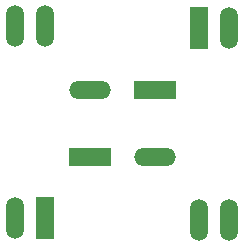
<source format=gbr>
G04*
G04 #@! TF.GenerationSoftware,Altium Limited,Altium Designer,25.0.2 (28)*
G04*
G04 Layer_Color=128*
%FSLAX44Y44*%
%MOMM*%
G71*
G04*
G04 #@! TF.SameCoordinates,4711C13A-52D9-45D7-B3A0-D515BE669C82*
G04*
G04*
G04 #@! TF.FilePolarity,Positive*
G04*
G01*
G75*
%ADD55O,1.5240X3.5400*%
%ADD56R,1.5240X3.5400*%
%ADD57R,3.5400X1.5240*%
%ADD58O,3.5400X1.5240*%
D55*
X1121500Y1031440D02*
D03*
X1096100D02*
D03*
X1121500Y1194000D02*
D03*
X939750Y1033000D02*
D03*
X965150Y1195560D02*
D03*
X939750D02*
D03*
D56*
X1096100Y1194000D02*
D03*
X965150Y1033000D02*
D03*
D57*
X1003000Y1085000D02*
D03*
X1058250Y1142000D02*
D03*
D58*
X1003000D02*
D03*
X1058250Y1085000D02*
D03*
M02*

</source>
